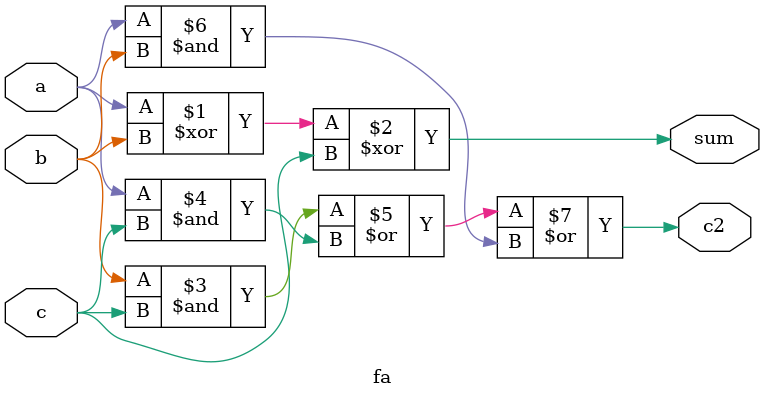
<source format=v>
module fa(input a,b,c,

output sum,c2);

assign sum = (a^b^c);

assign c2 = ((b&c)|(a&c)|(a&b));

endmodule
</source>
